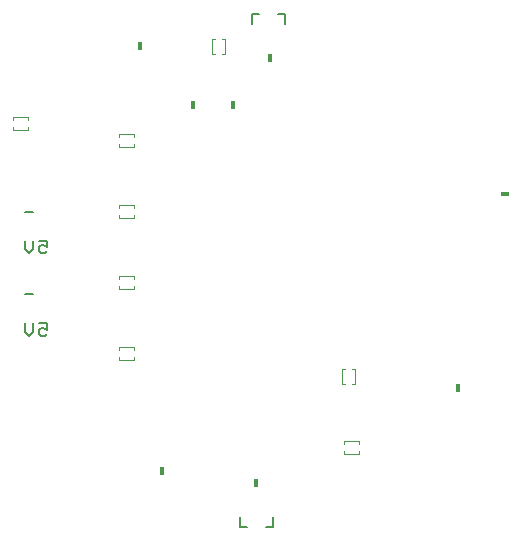
<source format=gbo>
G75*
%MOIN*%
%OFA0B0*%
%FSLAX25Y25*%
%IPPOS*%
%LPD*%
%AMOC8*
5,1,8,0,0,1.08239X$1,22.5*
%
%ADD10C,0.00800*%
%ADD11C,0.00400*%
%ADD12R,0.01800X0.03000*%
%ADD13R,0.03000X0.01800*%
D10*
X0028025Y0078240D02*
X0026624Y0079641D01*
X0026624Y0082444D01*
X0029426Y0082444D02*
X0029426Y0079641D01*
X0028025Y0078240D01*
X0031228Y0078941D02*
X0031228Y0080342D01*
X0031928Y0081043D01*
X0032629Y0081043D01*
X0034030Y0080342D01*
X0034030Y0082444D01*
X0031228Y0082444D01*
X0031228Y0078941D02*
X0031928Y0078240D01*
X0033329Y0078240D01*
X0034030Y0078941D01*
X0029426Y0092153D02*
X0026624Y0092153D01*
X0028025Y0105799D02*
X0026624Y0107200D01*
X0026624Y0110003D01*
X0029426Y0110003D02*
X0029426Y0107200D01*
X0028025Y0105799D01*
X0031228Y0106500D02*
X0031928Y0105799D01*
X0033329Y0105799D01*
X0034030Y0106500D01*
X0034030Y0107901D02*
X0032629Y0108602D01*
X0031928Y0108602D01*
X0031228Y0107901D01*
X0031228Y0106500D01*
X0031228Y0110003D02*
X0034030Y0110003D01*
X0034030Y0107901D01*
X0029426Y0119712D02*
X0026624Y0119712D01*
X0102387Y0182309D02*
X0102387Y0185458D01*
X0104750Y0185458D01*
X0111049Y0185458D02*
X0113411Y0185458D01*
X0113411Y0182309D01*
X0109474Y0017742D02*
X0109474Y0014592D01*
X0107112Y0014592D01*
X0100813Y0014592D02*
X0098450Y0014592D01*
X0098450Y0017742D01*
D11*
X0058155Y0070266D02*
X0058155Y0071266D01*
X0058155Y0070266D02*
X0063155Y0070266D01*
X0063155Y0071266D01*
X0063155Y0073666D02*
X0063155Y0074666D01*
X0058155Y0074666D01*
X0058155Y0073666D01*
X0058155Y0093888D02*
X0058155Y0094888D01*
X0058155Y0093888D02*
X0063155Y0093888D01*
X0063155Y0094888D01*
X0063155Y0097288D02*
X0063155Y0098288D01*
X0058155Y0098288D01*
X0058155Y0097288D01*
X0058155Y0117510D02*
X0058155Y0118510D01*
X0058155Y0117510D02*
X0063155Y0117510D01*
X0063155Y0118510D01*
X0063155Y0120910D02*
X0063155Y0121910D01*
X0058155Y0121910D01*
X0058155Y0120910D01*
X0058155Y0141132D02*
X0058155Y0142132D01*
X0058155Y0141132D02*
X0063155Y0141132D01*
X0063155Y0142132D01*
X0063155Y0144532D02*
X0063155Y0145532D01*
X0058155Y0145532D01*
X0058155Y0144532D01*
X0088888Y0172328D02*
X0089888Y0172328D01*
X0088888Y0172328D02*
X0088888Y0177328D01*
X0089888Y0177328D01*
X0092288Y0177328D02*
X0093288Y0177328D01*
X0093288Y0172328D01*
X0092288Y0172328D01*
X0027722Y0151280D02*
X0027722Y0150280D01*
X0027722Y0151280D02*
X0022722Y0151280D01*
X0022722Y0150280D01*
X0022722Y0147880D02*
X0022722Y0146880D01*
X0027722Y0146880D01*
X0027722Y0147880D01*
X0132392Y0067092D02*
X0132392Y0062092D01*
X0133392Y0062092D01*
X0135792Y0062092D02*
X0136792Y0062092D01*
X0136792Y0067092D01*
X0135792Y0067092D01*
X0133392Y0067092D02*
X0132392Y0067092D01*
X0132958Y0043170D02*
X0132958Y0042170D01*
X0132958Y0043170D02*
X0137958Y0043170D01*
X0137958Y0042170D01*
X0137958Y0039770D02*
X0137958Y0038770D01*
X0132958Y0038770D01*
X0132958Y0039770D01*
D12*
X0103569Y0029159D03*
X0072466Y0033096D03*
X0170891Y0060970D03*
X0096088Y0155143D03*
X0082742Y0155143D03*
X0065183Y0174828D03*
X0108293Y0170891D03*
D13*
X0186639Y0125616D03*
M02*

</source>
